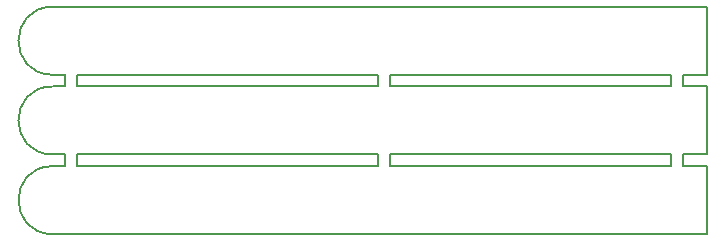
<source format=gm1>
G04 #@! TF.GenerationSoftware,KiCad,Pcbnew,(5.0.0)*
G04 #@! TF.CreationDate,2019-02-18T12:30:38-08:00*
G04 #@! TF.ProjectId,mlab100_LEDPCB_1.6,6D6C61623130305F4C45445043425F31,rev?*
G04 #@! TF.SameCoordinates,Original*
G04 #@! TF.FileFunction,Profile,NP*
%FSLAX46Y46*%
G04 Gerber Fmt 4.6, Leading zero omitted, Abs format (unit mm)*
G04 Created by KiCad (PCBNEW (5.0.0)) date 02/18/19 12:30:38*
%MOMM*%
%LPD*%
G01*
G04 APERTURE LIST*
%ADD10C,0.200000*%
G04 APERTURE END LIST*
D10*
X4880000Y-13505000D02*
X30410000Y-13505000D01*
X56230000Y-13505000D02*
X58220000Y-13505000D01*
X31420000Y-13505000D02*
X55210000Y-13505000D01*
X2830000Y-13505000D02*
X3870000Y-13505000D01*
X4880000Y-12505000D02*
X30410000Y-12505000D01*
X31420000Y-12505000D02*
X55210000Y-12505000D01*
X2830000Y-12505000D02*
X3870000Y-12505000D01*
X56230000Y-12505000D02*
X58220000Y-12505000D01*
X56230000Y-6755000D02*
X58220000Y-6755000D01*
X4880000Y-6755000D02*
X30410000Y-6755000D01*
X31420000Y-6755000D02*
X55210000Y-6755000D01*
X2830000Y-6755000D02*
X3870000Y-6755000D01*
X56230000Y-5770000D02*
X58220000Y-5770000D01*
X31420000Y-5770000D02*
X55210000Y-5770000D01*
X4880000Y-5770000D02*
X30410000Y-5770000D01*
X2830000Y-5770000D02*
X3870000Y-5770000D01*
X3870000Y-6750000D02*
X3870000Y-5740000D01*
X30410000Y-6760000D02*
X30410000Y-5750000D01*
X56220000Y-6760000D02*
X56220000Y-5760000D01*
X55210000Y-6760000D02*
X55210000Y-5750000D01*
X31420000Y-6760000D02*
X31420000Y-5760000D01*
X4880000Y-6750000D02*
X4880000Y-5750000D01*
X31420000Y-13500000D02*
X31420000Y-12500000D01*
X30410000Y-13500000D02*
X30410000Y-12490000D01*
X55210000Y-13510000D02*
X55210000Y-12500000D01*
X56220000Y-13510000D02*
X56220000Y-12510000D01*
X4880000Y-13510000D02*
X4880000Y-12510000D01*
X3870000Y-13510000D02*
X3870000Y-12500000D01*
X2820000Y-19255000D02*
G75*
G02X2820000Y-13505000I0J2875000D01*
G01*
X2820000Y-19255000D02*
X58220000Y-19255000D01*
X58220000Y-19255000D02*
X58220000Y-13505000D01*
X58220000Y-12505000D02*
X58220000Y-6755000D01*
X2820000Y-12505000D02*
G75*
G02X2820000Y-6755000I0J2875000D01*
G01*
X58220000Y-5765000D02*
X58220000Y-15000D01*
X2820000Y-15000D02*
X58220000Y-15000D01*
X2820000Y-5765000D02*
G75*
G02X2820000Y-15000I0J2875000D01*
G01*
M02*

</source>
